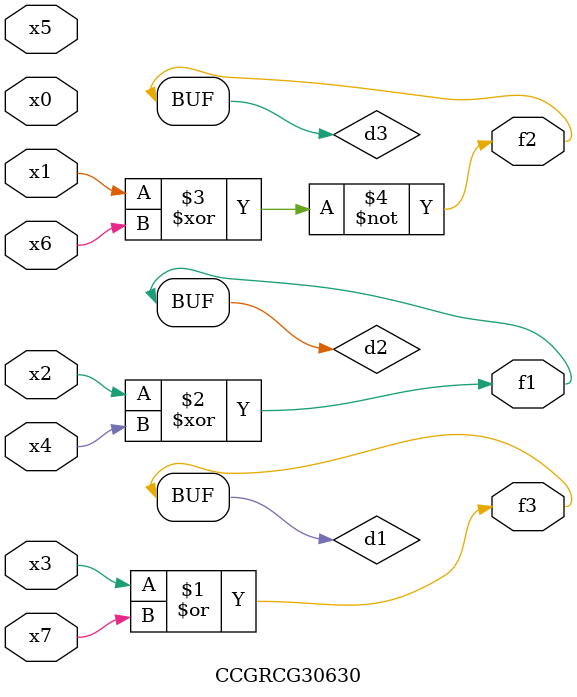
<source format=v>
module CCGRCG30630(
	input x0, x1, x2, x3, x4, x5, x6, x7,
	output f1, f2, f3
);

	wire d1, d2, d3;

	or (d1, x3, x7);
	xor (d2, x2, x4);
	xnor (d3, x1, x6);
	assign f1 = d2;
	assign f2 = d3;
	assign f3 = d1;
endmodule

</source>
